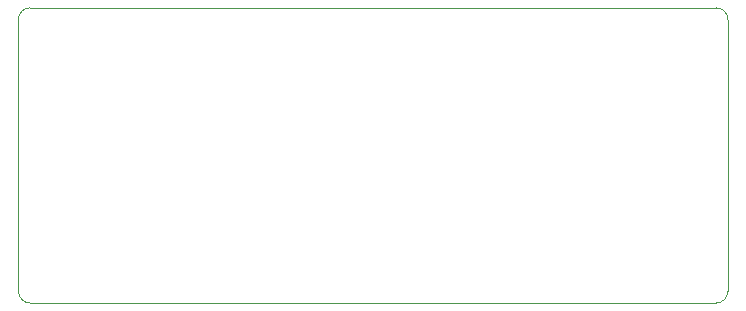
<source format=gbr>
%TF.GenerationSoftware,KiCad,Pcbnew,7.0.9*%
%TF.CreationDate,2024-01-14T15:58:55-05:00*%
%TF.ProjectId,5.2_5V,352e325f-3556-42e6-9b69-6361645f7063,rev?*%
%TF.SameCoordinates,Original*%
%TF.FileFunction,Profile,NP*%
%FSLAX46Y46*%
G04 Gerber Fmt 4.6, Leading zero omitted, Abs format (unit mm)*
G04 Created by KiCad (PCBNEW 7.0.9) date 2024-01-14 15:58:55*
%MOMM*%
%LPD*%
G01*
G04 APERTURE LIST*
%TA.AperFunction,Profile*%
%ADD10C,0.100000*%
%TD*%
G04 APERTURE END LIST*
D10*
X184610500Y-56877000D02*
G75*
G03*
X185610500Y-55877000I0J1000000D01*
G01*
X125539500Y-32877000D02*
X125539500Y-55877000D01*
X185610500Y-32877000D02*
X185610500Y-55877000D01*
X185610500Y-32877000D02*
G75*
G03*
X184610500Y-31877000I-1000000J0D01*
G01*
X126539500Y-31877000D02*
G75*
G03*
X125539500Y-32877000I0J-1000000D01*
G01*
X126539500Y-31877000D02*
X184610500Y-31877000D01*
X184610500Y-56877000D02*
X126539500Y-56877000D01*
X125539500Y-55877000D02*
G75*
G03*
X126539500Y-56877000I1000000J0D01*
G01*
M02*

</source>
